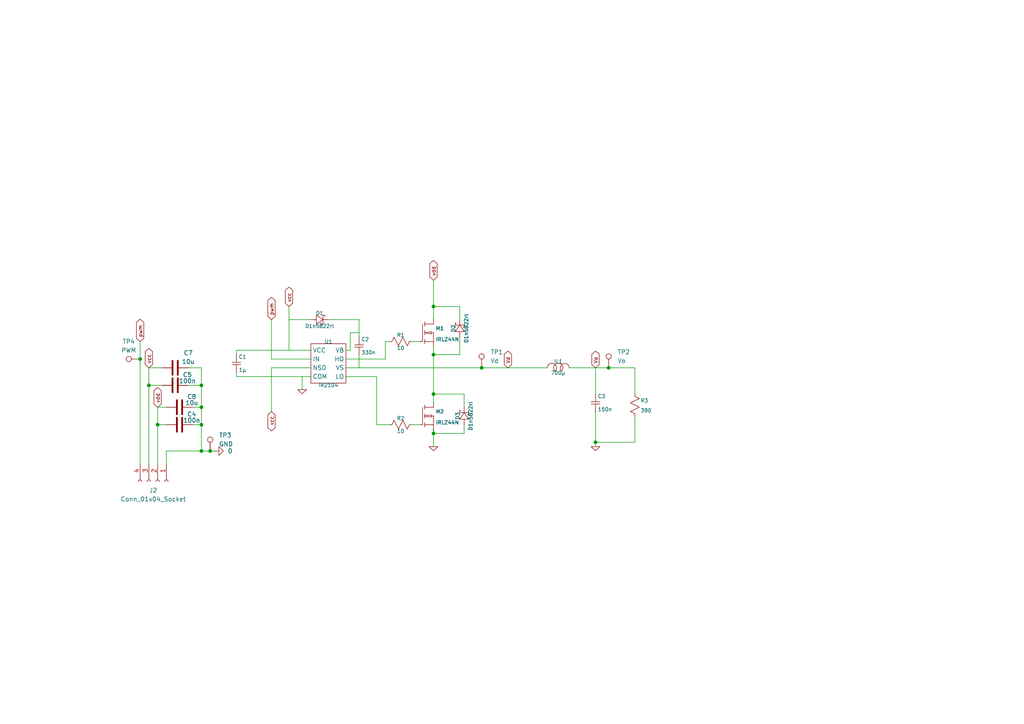
<source format=kicad_sch>
(kicad_sch (version 20231120) (generator "eeschema") (generator_version "8.0")
  (paper "A4")
  (lib_symbols
    (symbol "Connector:Conn_01x04_Socket" (pin_names (offset 1.016) hide)
      (property "Reference" "J" (at 0 5.08 0))
      (property "Value" "Conn_01x04_Socket" (at 0 -7.62 0))
      (symbol "Conn_01x04_Socket_1_1"
        (arc (start 0 -4.572) (mid -0.5058 -5.08) (end 0 -5.588) (stroke (width 0.1524)))
        (arc (start 0 -2.032) (mid -0.5058 -2.54) (end 0 -3.048) (stroke (width 0.1524)))
        (polyline (pts (xy -1.27 -5.08) (xy -0.508 -5.08)) (stroke (width 0.1524)))
        (polyline (pts (xy -1.27 -2.54) (xy -0.508 -2.54)) (stroke (width 0.1524)))
        (polyline (pts (xy -1.27 0) (xy -0.508 0)) (stroke (width 0.1524)))
        (polyline (pts (xy -1.27 2.54) (xy -0.508 2.54)) (stroke (width 0.1524)))
        (arc (start 0 0.508) (mid -0.5058 0) (end 0 -0.508) (stroke (width 0.1524)))
        (arc (start 0 3.048) (mid -0.5058 2.54) (end 0 2.032) (stroke (width 0.1524)))
        (pin passive line (at -5.08 2.54 0) (length 3.81) (name "Pin_1") (number "1"))
        (pin passive line (at -5.08 0 0) (length 3.81) (name "Pin_2") (number "2"))
        (pin passive line (at -5.08 -2.54 0) (length 3.81) (name "Pin_3") (number "3"))
        (pin passive line (at -5.08 -5.08 0) (length 3.81) (name "Pin_4") (number "4"))
      )
    )
    (symbol "Connector:TestPoint" (pin_numbers hide) (pin_names (offset 0.762) hide)
      (property "Reference" "TP" (at 0 6.858 0))
      (property "Value" "TestPoint" (at 0 5.08 0))
      (symbol "TestPoint_0_1"
        (circle (center 0 3.302) (radius 0.762))
      )
      (symbol "TestPoint_1_1"
        (pin passive line (at 0 0 90) (length 2.54) (name "1") (number "1"))
      )
    )
    (symbol "Device:C" (pin_numbers hide) (pin_names (offset 0.254))
      (property "Reference" "C" (at 0.635 2.54 0))
      (property "Value" "C" (at 0.635 -2.54 0))
      (symbol "C_0_1"
        (polyline (pts (xy -2.032 -0.762) (xy 2.032 -0.762)) (stroke (width 0.508)))
        (polyline (pts (xy -2.032 0.762) (xy 2.032 0.762)) (stroke (width 0.508)))
      )
      (symbol "C_1_1"
        (pin passive line (at 0 3.81 270) (length 2.794) (name "~") (number "1"))
        (pin passive line (at 0 -3.81 90) (length 2.794) (name "~") (number "2"))
      )
    )
    (symbol "ltspice:GND" (power)
      (symbol "GND_0_0"
        (polyline (pts (xy 1.27 0) (xy -1.27 0) (xy 0 -1.1938) (xy 1.27 0) (xy -1.27 0) (xy 0 -1.1938)) (stroke (width 0.1524)))
        (pin power_in line (at 0 0 0) (length 0.0005) (name "") (number ""))
      )
    )
    (symbol "ltspice:IR2104" (pin_numbers hide)
      (symbol "IR2104_0_0"
        (rectangle (start -5.08 5.715) (end 5.08 -5.715) (stroke (width 0.1524)))
        (pin passive line (at -5.08 3.81 0) (length 0.0005) (name "VCC") (number "1"))
        (pin passive line (at -5.08 1.27 0) (length 0.0005) (name "IN") (number "2"))
        (pin passive line (at -5.08 -1.27 0) (length 0.0005) (name "NSD") (number "3"))
        (pin passive line (at -5.08 -3.81 0) (length 0.0005) (name "COM") (number "4"))
        (pin passive line (at 5.08 3.81 180) (length 0.0005) (name "VB") (number "5"))
        (pin passive line (at 5.08 1.27 180) (length 0.0005) (name "HO") (number "6"))
        (pin passive line (at 5.08 -1.27 180) (length 0.0005) (name "VS") (number "7"))
        (pin passive line (at 5.08 -3.81 180) (length 0.0005) (name "LO") (number "8"))
      )
    )
    (symbol "ltspice:cap" (pin_numbers hide)
      (symbol "cap_0_0"
        (polyline (pts (xy 1.27 -5.08) (xy 1.27 -2.8702)) (stroke (width 0.1524)))
        (polyline (pts (xy 1.27 0) (xy 1.27 -2.2352)) (stroke (width 0.1524)))
        (polyline (pts (xy 2.54 -2.8702) (xy 0 -2.8702)) (stroke (width 0.1524)))
        (polyline (pts (xy 2.54 -2.2352) (xy 0 -2.2352)) (stroke (width 0.1524)))
        (pin passive line (at 1.27 0 0) (length 0.0005) (name "") (number "1"))
        (pin passive line (at 1.27 -5.08 0) (length 0.0005) (name "") (number "2"))
      )
    )
    (symbol "ltspice:ind" (pin_numbers hide)
      (symbol "ind_0_0"
        (arc (start 0.3302 -5.4102) (mid 2.6171 -4.436) (end 0.3302 -3.5052) (stroke (width 0.1524)))
        (arc (start 0.3302 -3.5052) (mid 2.518 -3.0472) (end 1.27 -1.27) (stroke (width 0.1524)))
        (arc (start 1.27 -7.62) (mid 2.4433 -5.864) (end 0.3302 -5.4102) (stroke (width 0.1524)))
        (pin passive line (at 1.27 -1.27 0) (length 0.0005) (name "") (number "1"))
        (pin passive line (at 1.27 -7.62 0) (length 0.0005) (name "") (number "2"))
      )
    )
    (symbol "ltspice:nmos" (pin_numbers hide)
      (symbol "nmos_0_0"
        (polyline (pts (xy 0.635 -6.35) (xy 0 -6.35)) (stroke (width 0.1524)))
        (polyline (pts (xy 0.635 -6.35) (xy 0.635 -1.27)) (stroke (width 0.1524)))
        (polyline (pts (xy 1.27 -6.985) (xy 1.27 -5.715)) (stroke (width 0.1524)))
        (polyline (pts (xy 1.27 -4.445) (xy 1.27 -3.175)) (stroke (width 0.1524)))
        (polyline (pts (xy 1.27 -1.905) (xy 1.27 -0.635)) (stroke (width 0.1524)))
        (polyline (pts (xy 1.27 -1.27) (xy 3.81 -1.27)) (stroke (width 0.1524)))
        (polyline (pts (xy 3.175 -4.1402) (xy 1.27 -3.81)) (stroke (width 0.1524)))
        (polyline (pts (xy 3.175 -4.1402) (xy 3.175 -3.5052)) (stroke (width 0.1524)))
        (polyline (pts (xy 3.175 -3.5052) (xy 1.27 -3.81)) (stroke (width 0.1524)))
        (polyline (pts (xy 3.81 -7.62) (xy 3.81 -3.81)) (stroke (width 0.1524)))
        (polyline (pts (xy 3.81 -6.35) (xy 1.27 -6.35)) (stroke (width 0.1524)))
        (polyline (pts (xy 3.81 -3.81) (xy 3.175 -3.81)) (stroke (width 0.1524)))
        (polyline (pts (xy 3.81 -1.27) (xy 3.81 0)) (stroke (width 0.1524)))
        (pin passive line (at 3.81 0 0) (length 0.0005) (name "D") (number "1"))
        (pin passive line (at 0 -6.35 0) (length 0.0005) (name "G") (number "2"))
        (pin passive line (at 3.81 -7.62 0) (length 0.0005) (name "S") (number "3"))
      )
    )
    (symbol "ltspice:res" (pin_numbers hide)
      (symbol "res_0_0"
        (polyline (pts (xy 0 -6.35) (xy 2.54 -5.08)) (stroke (width 0.1524)))
        (polyline (pts (xy 0 -3.81) (xy 2.54 -2.54)) (stroke (width 0.1524)))
        (polyline (pts (xy 1.27 -7.62) (xy 1.27 -6.985)) (stroke (width 0.1524)))
        (polyline (pts (xy 1.27 -6.985) (xy 0 -6.35)) (stroke (width 0.1524)))
        (polyline (pts (xy 1.27 -1.905) (xy 1.27 -1.27)) (stroke (width 0.1524)))
        (polyline (pts (xy 2.54 -5.08) (xy 0 -3.81)) (stroke (width 0.1524)))
        (polyline (pts (xy 2.54 -2.54) (xy 1.27 -1.905)) (stroke (width 0.1524)))
        (pin passive line (at 1.27 -1.27 0) (length 0.0005) (name "") (number "1"))
        (pin passive line (at 1.27 -7.62 0) (length 0.0005) (name "") (number "2"))
      )
    )
    (symbol "ltspice:schottky" (pin_numbers hide)
      (symbol "schottky_0_0"
        (polyline (pts (xy 0 -2.8702) (xy 0 -3.5052)) (stroke (width 0.1524)))
        (polyline (pts (xy 0.3302 -2.8702) (xy 0 -2.8702)) (stroke (width 0.1524)))
        (polyline (pts (xy 1.27 -5.08) (xy 1.27 -3.5052)) (stroke (width 0.1524)))
        (polyline (pts (xy 1.27 -3.5052) (xy 0 -1.6002)) (stroke (width 0.1524)))
        (polyline (pts (xy 1.27 -3.5052) (xy 2.54 -1.6002)) (stroke (width 0.1524)))
        (polyline (pts (xy 1.27 -1.6002) (xy 1.27 0)) (stroke (width 0.1524)))
        (polyline (pts (xy 2.2352 -4.1402) (xy 2.54 -4.1402)) (stroke (width 0.1524)))
        (polyline (pts (xy 2.54 -4.1402) (xy 2.54 -3.5052)) (stroke (width 0.1524)))
        (polyline (pts (xy 2.54 -3.5052) (xy 0 -3.5052)) (stroke (width 0.1524)))
        (polyline (pts (xy 2.54 -1.6002) (xy 0 -1.6002)) (stroke (width 0.1524)))
        (pin passive line (at 1.27 0 0) (length 0.0005) (name "+") (number "1"))
        (pin passive line (at 1.27 -5.08 0) (length 0.0005) (name "-") (number "2"))
      )
    )
    (symbol "power:GND" (power) (pin_numbers hide) (pin_names (offset 0) hide)
      (property "Value" "GND" (at 0 -3.81 0))
      (symbol "GND_0_1"
        (polyline (pts (xy 0 0) (xy 0 -1.27) (xy 1.27 -1.27) (xy 0 -2.54) (xy -1.27 -1.27) (xy 0 -1.27)))
      )
      (symbol "GND_1_1"
        (pin power_in line (at 0 0 270) (length 0) (name "~") (number "1"))
      )
    )
  )
  (junction (at 176.53 106.68))
  (junction (at 60.96 130.81))
  (junction (at 125.73 88.9))
  (junction (at 139.7 106.68))
  (junction (at 172.72 128.27))
  (junction (at 58.42 123.19))
  (junction (at 40.64 104.14))
  (junction (at 58.42 130.81))
  (junction (at 125.73 114.3))
  (junction (at 125.73 125.73))
  (junction (at 58.42 111.76))
  (junction (at 43.18 111.76))
  (junction (at 45.72 123.19))
  (junction (at 125.73 102.87))
  (junction (at 58.42 118.11))
  (wire (pts (xy 125.73 102.87) (xy 125.73 100.33)) (stroke (width 0.1524)))
  (wire (pts (xy 125.73 92.71) (xy 125.73 88.9)) (stroke (width 0.1524)))
  (wire (pts (xy 125.73 116.84) (xy 125.73 114.3)) (stroke (width 0.1524)))
  (wire (pts (xy 125.73 129.54) (xy 125.73 125.73)) (stroke (width 0.1524)))
  (wire (pts (xy 45.72 118.11) (xy 45.72 123.19)))
  (wire (pts (xy 90.17 92.71) (xy 83.82 92.71)) (stroke (width 0.1524)))
  (wire (pts (xy 125.73 114.3) (xy 134.62 114.3)))
  (wire (pts (xy 40.64 104.14) (xy 40.64 134.62)))
  (wire (pts (xy 48.26 130.81) (xy 48.26 134.62)))
  (wire (pts (xy 40.64 99.06) (xy 40.64 104.14)))
  (wire (pts (xy 45.72 123.19) (xy 45.72 134.62)))
  (wire (pts (xy 83.82 101.6) (xy 83.82 92.71)) (stroke (width 0.1524)))
  (wire (pts (xy 125.73 125.73) (xy 125.73 124.46)) (stroke (width 0.1524)))
  (wire (pts (xy 54.61 106.68) (xy 58.42 106.68)))
  (wire (pts (xy 55.88 123.19) (xy 58.42 123.19)))
  (wire (pts (xy 113.03 99.06) (xy 111.76 99.06)) (stroke (width 0.1524)))
  (wire (pts (xy 58.42 111.76) (xy 58.42 118.11)))
  (wire (pts (xy 101.6 101.6) (xy 100.33 101.6)) (stroke (width 0.1524)))
  (wire (pts (xy 133.35 92.71) (xy 133.35 88.9)))
  (wire (pts (xy 62.23 130.81) (xy 60.96 130.81)))
  (wire (pts (xy 101.6 101.6) (xy 101.6 96.52)) (stroke (width 0.1524)))
  (wire (pts (xy 125.73 114.3) (xy 125.73 106.68)) (stroke (width 0.1524)))
  (wire (pts (xy 125.73 102.87) (xy 133.35 102.87)))
  (wire (pts (xy 55.88 118.11) (xy 58.42 118.11)))
  (wire (pts (xy 172.72 106.68) (xy 165.1 106.68)) (stroke (width 0.1524)))
  (wire (pts (xy 121.92 123.19) (xy 119.38 123.19)) (stroke (width 0.1524)))
  (wire (pts (xy 184.15 106.68) (xy 176.53 106.68)) (stroke (width 0.1524)))
  (wire (pts (xy 172.72 114.3) (xy 172.72 106.68)) (stroke (width 0.1524)))
  (wire (pts (xy 104.14 97.79) (xy 104.14 96.52)) (stroke (width 0.1524)))
  (wire (pts (xy 133.35 97.79) (xy 133.35 102.87)))
  (wire (pts (xy 90.17 106.68) (xy 78.74 106.68)) (stroke (width 0.1524)))
  (wire (pts (xy 83.82 92.71) (xy 83.82 88.9)) (stroke (width 0.1524)))
  (wire (pts (xy 83.82 101.6) (xy 90.17 101.6)) (stroke (width 0.1524)))
  (wire (pts (xy 43.18 106.68) (xy 46.99 106.68)))
  (wire (pts (xy 125.73 88.9) (xy 125.73 81.28)) (stroke (width 0.1524)))
  (wire (pts (xy 125.73 125.73) (xy 125.73 124.46)))
  (wire (pts (xy 125.73 106.68) (xy 104.14 106.68)) (stroke (width 0.1524)))
  (wire (pts (xy 109.22 109.22) (xy 100.33 109.22)) (stroke (width 0.1524)))
  (wire (pts (xy 58.42 118.11) (xy 58.42 123.19)))
  (wire (pts (xy 90.17 109.22) (xy 87.63 109.22)) (stroke (width 0.1524)))
  (wire (pts (xy 87.63 113.03) (xy 87.63 109.22)) (stroke (width 0.1524)))
  (wire (pts (xy 121.92 99.06) (xy 119.38 99.06)) (stroke (width 0.1524)))
  (wire (pts (xy 104.14 92.71) (xy 95.25 92.71)) (stroke (width 0.1524)))
  (wire (pts (xy 184.15 128.27) (xy 172.72 128.27)) (stroke (width 0.1524)))
  (wire (pts (xy 45.72 118.11) (xy 48.26 118.11)))
  (wire (pts (xy 54.61 111.76) (xy 58.42 111.76)))
  (wire (pts (xy 78.74 92.71) (xy 78.74 104.14)) (stroke (width 0.1524)))
  (wire (pts (xy 125.73 88.9) (xy 133.35 88.9)))
  (wire (pts (xy 43.18 106.68) (xy 43.18 111.76)))
  (wire (pts (xy 58.42 123.19) (xy 58.42 130.81)))
  (wire (pts (xy 104.14 106.68) (xy 104.14 102.87)) (stroke (width 0.1524)))
  (wire (pts (xy 78.74 104.14) (xy 90.17 104.14)) (stroke (width 0.1524)))
  (wire (pts (xy 104.14 106.68) (xy 100.33 106.68)) (stroke (width 0.1524)))
  (wire (pts (xy 83.82 101.6) (xy 68.58 101.6)) (stroke (width 0.1524)))
  (wire (pts (xy 45.72 123.19) (xy 48.26 123.19)))
  (wire (pts (xy 58.42 130.81) (xy 48.26 130.81)))
  (wire (pts (xy 184.15 114.3) (xy 184.15 106.68)) (stroke (width 0.1524)))
  (wire (pts (xy 172.72 128.27) (xy 172.72 119.38)) (stroke (width 0.1524)))
  (wire (pts (xy 139.7 106.68) (xy 158.75 106.68)) (stroke (width 0.1524)))
  (wire (pts (xy 109.22 123.19) (xy 109.22 109.22)) (stroke (width 0.1524)))
  (wire (pts (xy 43.18 111.76) (xy 43.18 134.62)))
  (wire (pts (xy 104.14 96.52) (xy 104.14 92.71)) (stroke (width 0.1524)))
  (wire (pts (xy 125.73 106.68) (xy 125.73 102.87)) (stroke (width 0.1524)))
  (wire (pts (xy 125.73 106.68) (xy 139.7 106.68)) (stroke (width 0.1524)))
  (wire (pts (xy 134.62 125.73) (xy 125.73 125.73)))
  (wire (pts (xy 58.42 106.68) (xy 58.42 111.76)))
  (wire (pts (xy 68.58 109.22) (xy 68.58 107.95)) (stroke (width 0.1524)))
  (wire (pts (xy 60.96 130.81) (xy 58.42 130.81)))
  (wire (pts (xy 172.72 129.54) (xy 172.72 128.27)))
  (wire (pts (xy 134.62 123.19) (xy 134.62 125.73)))
  (wire (pts (xy 87.63 109.22) (xy 68.58 109.22)) (stroke (width 0.1524)))
  (wire (pts (xy 184.15 128.27) (xy 184.15 120.65)) (stroke (width 0.1524)))
  (wire (pts (xy 113.03 123.19) (xy 109.22 123.19)) (stroke (width 0.1524)))
  (wire (pts (xy 78.74 119.38) (xy 78.74 106.68)) (stroke (width 0.1524)))
  (wire (pts (xy 111.76 104.14) (xy 100.33 104.14)) (stroke (width 0.1524)))
  (wire (pts (xy 68.58 102.87) (xy 68.58 101.6)) (stroke (width 0.1524)))
  (wire (pts (xy 43.18 111.76) (xy 46.99 111.76)))
  (wire (pts (xy 134.62 118.11) (xy 134.62 114.3)))
  (wire (pts (xy 111.76 104.14) (xy 111.76 99.06)) (stroke (width 0.1524)))
  (wire (pts (xy 176.53 106.68) (xy 172.72 106.68)) (stroke (width 0.1524)))
  (wire (pts (xy 104.14 96.52) (xy 101.6 96.52)) (stroke (width 0.1524)))
  (global_label "Vo" (shape bidirectional) (at 172.72 106.68 90) (effects (font (size 1.0668 1.0668))) (property "Intersheetrefs" "${INTERSHEET_REFS}" (effects (hide yes))))
  (global_label "vdd" (shape bidirectional) (at 45.72 118.11 90) (effects (font (size 1.0668 1.0668))) (property "Intersheetrefs" "${INTERSHEET_REFS}" (effects (hide yes))))
  (global_label "vdd" (shape bidirectional) (at 125.73 81.28 90) (effects (font (size 1.0668 1.0668))) (property "Intersheetrefs" "${INTERSHEET_REFS}" (effects (hide yes))))
  (global_label "pwm" (shape bidirectional) (at 78.74 92.71 90) (effects (font (size 1.0668 1.0668))) (property "Intersheetrefs" "${INTERSHEET_REFS}" (effects (hide yes))))
  (global_label "vcc" (shape bidirectional) (at 43.18 106.68 90) (effects (font (size 1.0668 1.0668))) (property "Intersheetrefs" "${INTERSHEET_REFS}" (effects (hide yes))))
  (global_label "vcc" (shape bidirectional) (at 83.82 88.9 90) (effects (font (size 1.0668 1.0668))) (property "Intersheetrefs" "${INTERSHEET_REFS}" (effects (hide yes))))
  (global_label "Vd" (shape bidirectional) (at 147.32 106.68 90) (effects (font (size 1.0668 1.0668))) (property "Intersheetrefs" "${INTERSHEET_REFS}" (effects (hide yes))))
  (global_label "vcc" (shape bidirectional) (at 78.74 119.38 270) (effects (font (size 1.0668 1.0668))) (property "Intersheetrefs" "${INTERSHEET_REFS}" (effects (hide yes))))
  (global_label "pwm" (shape bidirectional) (at 40.64 99.06 90) (effects (font (size 1.0668 1.0668))) (property "Intersheetrefs" "${INTERSHEET_REFS}" (effects (hide yes))))
  (symbol (lib_id "ltspice:schottky") (at 135.89 123.19 180) (unit 1)
    (property "Reference" "D3" (at 133.35 120.65 90) (effects (font (size 1.0668 1.0668)) (justify top)))
    (property "Value" "D1n5822rl" (at 135.89 120.65 90) (effects (font (size 1.0668 1.0668)) (justify bottom)))
    (property "Footprint" "Diode_THT:D_DO-27_P12.70mm_Horizontal" (effects (hide yes)))
    (property "Sim.Device" "SPICE" (effects (hide yes)))
    (property "Sim.Params" "model=\"D1n5822rl\"" (effects (hide yes)))
  )
  (symbol (lib_id "Connector:Conn_01x04_Socket") (at 45.72 139.7 270) (unit 1)
    (property "Reference" "J2" (at 44.45 142.24 90))
    (property "Value" "Conn_01x04_Socket" (at 44.45 144.78 90))
    (property "Footprint" "TerminalBlock:TerminalBlock_bornier-4_P5.08mm" (effects (hide yes)))
    (property "Description" "Generic connector, single row, 01x04, script generated" (effects (hide yes)))
  )
  (symbol (lib_id "ltspice:GND") (at 87.63 113.03 0) (unit 1)
    (property "Reference" "#GND0104" (effects (hide yes)))
    (property "Value" "0" (effects (hide yes)))
  )
  (symbol (lib_id "power:GND") (at 62.23 130.81 90) (unit 1)
    (property "Reference" "#PWR01" (effects (hide yes)))
    (property "Value" "0" (at 66.04 130.8099 90) (effects (justify right)))
    (property "Description" "Power symbol creates a global label with name \"GND\" , ground" (effects (hide yes)))
  )
  (symbol (lib_id "ltspice:res") (at 120.65 97.79 270) (unit 1)
    (property "Reference" "R1" (at 116.205 97.79 90) (effects (font (size 1.0668 1.0668)) (justify bottom)))
    (property "Value" "10" (at 116.205 100.33 90) (effects (font (size 1.0668 1.0668)) (justify top)))
    (property "Footprint" "Resistor_THT:R_Axial_DIN0207_L6.3mm_D2.5mm_P7.62mm_Horizontal" (effects (hide yes)))
    (property "Sim.Device" "R" (effects (hide yes)))
    (property "Sim.Params" "R=${VALUE}" (effects (hide yes)))
  )
  (symbol (lib_id "ltspice:nmos") (at 121.92 92.71 0) (unit 1)
    (property "Reference" "M1" (at 126.365 95.25 0) (effects (font (size 1.0668 1.0668)) (justify left)))
    (property "Value" "IRLZ44N" (at 126.365 98.425 0) (effects (font (size 1.0668 1.0668)) (justify left)))
    (property "Footprint" "Package_TO_SOT_THT:TO-220-3_Vertical" (effects (hide yes)))
    (property "Sim.Device" "SPICE" (effects (hide yes)))
    (property "Sim.Params" "model=\"IRF530\"" (effects (hide yes)))
  )
  (symbol (lib_id "ltspice:cap") (at 171.45 114.3 0) (unit 1)
    (property "Reference" "C3" (at 173.355 114.935 0) (effects (font (size 1.0668 1.0668)) (justify left)))
    (property "Value" "150n" (at 173.355 118.745 0) (effects (font (size 1.0668 1.0668)) (justify left)))
    (property "Footprint" "Capacitor_THT:CP_Radial_Tantal_D5.0mm_P2.50mm" (effects (hide yes)))
    (property "Sim.Device" "C" (effects (hide yes)))
    (property "Sim.Params" "C=${VALUE}" (effects (hide yes)))
  )
  (symbol (lib_id "Connector:TestPoint") (at 139.7 106.68 0) (unit 1)
    (property "Reference" "TP1" (at 142.24 102.1079 0) (effects (justify left)))
    (property "Value" "Vd" (at 142.24 104.6479 0) (effects (justify left)))
    (property "Footprint" "TestPoint:TestPoint_THTPad_2.0x2.0mm_Drill1.0mm" (effects (hide yes)))
    (property "Description" "test point" (effects (hide yes)))
  )
  (symbol (lib_id "Connector:TestPoint") (at 60.96 130.81 0) (unit 1)
    (property "Reference" "TP3" (at 63.5 126.2379 0) (effects (justify left)))
    (property "Value" "GND" (at 63.5 128.7779 0) (effects (justify left)))
    (property "Footprint" "TestPoint:TestPoint_THTPad_2.0x2.0mm_Drill1.0mm" (effects (hide yes)))
    (property "Description" "test point" (effects (hide yes)))
  )
  (symbol (lib_id "Connector:TestPoint") (at 176.53 106.68 0) (unit 1)
    (property "Reference" "TP2" (at 179.07 102.1079 0) (effects (justify left)))
    (property "Value" "Vo" (at 179.07 104.6479 0) (effects (justify left)))
    (property "Footprint" "TestPoint:TestPoint_THTPad_2.0x2.0mm_Drill1.0mm" (effects (hide yes)))
    (property "Description" "test point" (effects (hide yes)))
  )
  (symbol (lib_id "ltspice:cap") (at 67.31 102.87 0) (unit 1)
    (property "Reference" "C1" (at 69.215 103.505 0) (effects (font (size 1.0668 1.0668)) (justify left)))
    (property "Value" "1µ" (at 69.215 107.315 0) (effects (font (size 1.0668 1.0668)) (justify left)))
    (property "Footprint" "Capacitor_THT:CP_Radial_Tantal_D5.0mm_P2.50mm" (effects (hide yes)))
    (property "Sim.Device" "C" (effects (hide yes)))
    (property "Sim.Params" "C=${VALUE}" (effects (hide yes)))
  )
  (symbol (lib_id "ltspice:GND") (at 125.73 129.54 0) (unit 1)
    (property "Reference" "#GND0102" (effects (hide yes)))
    (property "Value" "0" (effects (hide yes)))
  )
  (symbol (lib_id "ltspice:res") (at 182.88 113.03 0) (unit 1)
    (property "Reference" "R3" (at 185.7502 116.205 0) (effects (font (size 1.0668 1.0668)) (justify left)))
    (property "Value" "390" (at 185.7502 119.0752 0) (effects (font (size 1.0668 1.0668)) (justify left)))
    (property "Footprint" "Resistor_THT:R_Axial_DIN0207_L6.3mm_D2.5mm_P7.62mm_Horizontal" (effects (hide yes)))
    (property "Sim.Device" "R" (effects (hide yes)))
    (property "Sim.Params" "R=${VALUE}" (effects (hide yes)))
  )
  (symbol (lib_id "ltspice:ind") (at 157.48 107.95 90) (unit 1)
    (property "Reference" "IL1" (at 161.925 105.41 90) (effects (font (size 1.0668 1.0668)) (justify top)))
    (property "Value" "700µ" (at 161.925 107.5436 90) (effects (font (size 1.0668 1.0668)) (justify bottom)))
    (property "Footprint" "Inductor_THT:L_Toroid_Vertical_L46.0mm_W19.1mm_P21.80mm_Bourns_5700" (effects (hide yes)))
    (property "Sim.Device" "L" (effects (hide yes)))
    (property "Sim.Params" "L=${VALUE}" (effects (hide yes)))
  )
  (symbol (lib_id "Device:C") (at 52.07 118.11 90) (unit 1)
    (property "Reference" "C8" (at 55.626 115.062 90))
    (property "Value" "10u" (at 55.626 116.84 90))
    (property "Footprint" "Capacitor_THT:CP_Radial_D5.0mm_P2.50mm" (effects (hide yes)))
    (property "Description" "Unpolarized capacitor" (effects (hide yes)))
  )
  (symbol (lib_id "Device:C") (at 50.8 111.76 90) (unit 1)
    (property "Reference" "C5" (at 54.356 108.712 90))
    (property "Value" "100n" (at 54.356 110.49 90))
    (property "Footprint" "Capacitor_THT:C_Disc_D3.4mm_W2.1mm_P2.50mm" (effects (hide yes)))
    (property "Description" "Unpolarized capacitor" (effects (hide yes)))
  )
  (symbol (lib_id "ltspice:schottky") (at 134.62 97.79 180) (unit 1)
    (property "Reference" "D2" (at 132.08 95.25 90) (effects (font (size 1.0668 1.0668)) (justify top)))
    (property "Value" "D1n5822rl" (at 134.62 95.25 90) (effects (font (size 1.0668 1.0668)) (justify bottom)))
    (property "Footprint" "Diode_THT:D_DO-27_P12.70mm_Horizontal" (effects (hide yes)))
    (property "Sim.Device" "SPICE" (effects (hide yes)))
    (property "Sim.Params" "model=\"D1n5822rl\"" (effects (hide yes)))
  )
  (symbol (lib_id "ltspice:schottky") (at 90.17 93.98 90) (unit 1)
    (property "Reference" "D1" (at 92.71 91.44 90) (effects (font (size 1.0668 1.0668)) (justify top)))
    (property "Value" "D1n5822rl" (at 92.71 93.98 90) (effects (font (size 1.0668 1.0668)) (justify bottom)))
    (property "Footprint" "Diode_THT:D_DO-27_P12.70mm_Horizontal" (effects (hide yes)))
    (property "Sim.Device" "SPICE" (effects (hide yes)))
    (property "Sim.Params" "model=\"D1n5822rl\"" (effects (hide yes)))
  )
  (symbol (lib_id "ltspice:res") (at 120.65 121.92 270) (unit 1)
    (property "Reference" "R2" (at 116.205 121.92 90) (effects (font (size 1.0668 1.0668)) (justify bottom)))
    (property "Value" "10" (at 116.205 124.46 90) (effects (font (size 1.0668 1.0668)) (justify top)))
    (property "Footprint" "Resistor_THT:R_Axial_DIN0207_L6.3mm_D2.5mm_P7.62mm_Horizontal" (effects (hide yes)))
    (property "Sim.Device" "R" (effects (hide yes)))
    (property "Sim.Params" "R=${VALUE}" (effects (hide yes)))
  )
  (symbol (lib_id "ltspice:nmos") (at 121.92 116.84 0) (unit 1)
    (property "Reference" "M2" (at 126.365 119.38 0) (effects (font (size 1.0668 1.0668)) (justify left)))
    (property "Value" "IRLZ44N" (at 126.365 122.555 0) (effects (font (size 1.0668 1.0668)) (justify left)))
    (property "Footprint" "Package_TO_SOT_THT:TO-220-3_Vertical" (effects (hide yes)))
    (property "Sim.Device" "SPICE" (effects (hide yes)))
    (property "Sim.Params" "model=\"IRF530\"" (effects (hide yes)))
  )
  (symbol (lib_id "ltspice:GND") (at 172.72 129.54 0) (unit 1)
    (property "Reference" "#GND0101" (effects (hide yes)))
    (property "Value" "0" (effects (hide yes)))
  )
  (symbol (lib_id "Connector:TestPoint") (at 40.64 104.14 90) (unit 1)
    (property "Reference" "TP4" (at 37.338 99.06 90))
    (property "Value" "PWM" (at 37.338 101.6 90))
    (property "Footprint" "TestPoint:TestPoint_THTPad_2.0x2.0mm_Drill1.0mm" (effects (hide yes)))
    (property "Description" "test point" (effects (hide yes)))
  )
  (symbol (lib_id "ltspice:IR2104") (at 95.25 105.41 0) (unit 1)
    (property "Reference" "U1" (at 95.25 99.695 0) (effects (font (size 1.0668 1.0668)) (justify bottom)))
    (property "Value" "IR2104" (at 95.25 111.125 0) (effects (font (size 1.0668 1.0668)) (justify top)))
    (property "Footprint" "Package_DIP:DIP-8_W7.62mm" (effects (hide yes)))
    (property "Sim.Library" "C:\\Users\\coqui\\Documents\\Facultad\\Circuitos II\\TP\\dce-g5-proyecto_integrador\\Checkpoint 4\\Simus\\IR2104.lib" (effects (hide yes)))
    (property "Sim.Device" "SUBCKT" (effects (hide yes)))
    (property "Sim.Params" "model=\"IR2104\"" (effects (hide yes)))
  )
  (symbol (lib_id "ltspice:cap") (at 102.87 97.79 0) (unit 1)
    (property "Reference" "C2" (at 104.775 98.425 0) (effects (font (size 1.0668 1.0668)) (justify left)))
    (property "Value" "330n" (at 104.775 102.235 0) (effects (font (size 1.0668 1.0668)) (justify left)))
    (property "Footprint" "Capacitor_THT:CP_Radial_Tantal_D5.0mm_P2.50mm" (effects (hide yes)))
    (property "Sim.Device" "C" (effects (hide yes)))
    (property "Sim.Params" "C=${VALUE}" (effects (hide yes)))
  )
  (symbol (lib_id "Device:C") (at 52.07 123.19 90) (unit 1)
    (property "Reference" "C4" (at 55.626 120.142 90))
    (property "Value" "100n" (at 55.626 121.92 90))
    (property "Footprint" "Capacitor_THT:C_Disc_D3.4mm_W2.1mm_P2.50mm" (effects (hide yes)))
    (property "Description" "Unpolarized capacitor" (effects (hide yes)))
  )
  (symbol (lib_id "Device:C") (at 50.8 106.68 90) (unit 1)
    (property "Reference" "C7" (at 54.61 102.362 90))
    (property "Value" "10u" (at 54.61 104.902 90))
    (property "Footprint" "Capacitor_THT:CP_Radial_D5.0mm_P2.50mm" (effects (hide yes)))
    (property "Description" "Unpolarized capacitor" (effects (hide yes)))
  )
)
</source>
